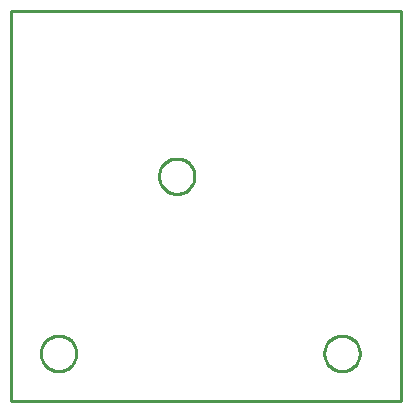
<source format=gbr>
G04 EAGLE Gerber RS-274X export*
G75*
%MOMM*%
%FSLAX34Y34*%
%LPD*%
%IN*%
%IPPOS*%
%AMOC8*
5,1,8,0,0,1.08239X$1,22.5*%
G01*
%ADD10C,0.254000*%


D10*
X0Y0D02*
X330000Y0D01*
X330000Y330000D01*
X0Y330000D01*
X0Y0D01*
X55000Y39464D02*
X54924Y38396D01*
X54771Y37335D01*
X54543Y36288D01*
X54241Y35260D01*
X53867Y34256D01*
X53422Y33281D01*
X52908Y32341D01*
X52329Y31440D01*
X51687Y30582D01*
X50985Y29772D01*
X50228Y29015D01*
X49418Y28313D01*
X48560Y27671D01*
X47659Y27092D01*
X46719Y26578D01*
X45744Y26133D01*
X44740Y25759D01*
X43712Y25457D01*
X42665Y25229D01*
X41604Y25076D01*
X40536Y25000D01*
X39464Y25000D01*
X38396Y25076D01*
X37335Y25229D01*
X36288Y25457D01*
X35260Y25759D01*
X34256Y26133D01*
X33281Y26578D01*
X32341Y27092D01*
X31440Y27671D01*
X30582Y28313D01*
X29772Y29015D01*
X29015Y29772D01*
X28313Y30582D01*
X27671Y31440D01*
X27092Y32341D01*
X26578Y33281D01*
X26133Y34256D01*
X25759Y35260D01*
X25457Y36288D01*
X25229Y37335D01*
X25076Y38396D01*
X25000Y39464D01*
X25000Y40536D01*
X25076Y41604D01*
X25229Y42665D01*
X25457Y43712D01*
X25759Y44740D01*
X26133Y45744D01*
X26578Y46719D01*
X27092Y47659D01*
X27671Y48560D01*
X28313Y49418D01*
X29015Y50228D01*
X29772Y50985D01*
X30582Y51687D01*
X31440Y52329D01*
X32341Y52908D01*
X33281Y53422D01*
X34256Y53867D01*
X35260Y54241D01*
X36288Y54543D01*
X37335Y54771D01*
X38396Y54924D01*
X39464Y55000D01*
X40536Y55000D01*
X41604Y54924D01*
X42665Y54771D01*
X43712Y54543D01*
X44740Y54241D01*
X45744Y53867D01*
X46719Y53422D01*
X47659Y52908D01*
X48560Y52329D01*
X49418Y51687D01*
X50228Y50985D01*
X50985Y50228D01*
X51687Y49418D01*
X52329Y48560D01*
X52908Y47659D01*
X53422Y46719D01*
X53867Y45744D01*
X54241Y44740D01*
X54543Y43712D01*
X54771Y42665D01*
X54924Y41604D01*
X55000Y40536D01*
X55000Y39464D01*
X295000Y39464D02*
X294924Y38396D01*
X294771Y37335D01*
X294543Y36288D01*
X294241Y35260D01*
X293867Y34256D01*
X293422Y33281D01*
X292908Y32341D01*
X292329Y31440D01*
X291687Y30582D01*
X290985Y29772D01*
X290228Y29015D01*
X289418Y28313D01*
X288560Y27671D01*
X287659Y27092D01*
X286719Y26578D01*
X285744Y26133D01*
X284740Y25759D01*
X283712Y25457D01*
X282665Y25229D01*
X281604Y25076D01*
X280536Y25000D01*
X279464Y25000D01*
X278396Y25076D01*
X277335Y25229D01*
X276288Y25457D01*
X275260Y25759D01*
X274256Y26133D01*
X273281Y26578D01*
X272341Y27092D01*
X271440Y27671D01*
X270582Y28313D01*
X269772Y29015D01*
X269015Y29772D01*
X268313Y30582D01*
X267671Y31440D01*
X267092Y32341D01*
X266578Y33281D01*
X266133Y34256D01*
X265759Y35260D01*
X265457Y36288D01*
X265229Y37335D01*
X265076Y38396D01*
X265000Y39464D01*
X265000Y40536D01*
X265076Y41604D01*
X265229Y42665D01*
X265457Y43712D01*
X265759Y44740D01*
X266133Y45744D01*
X266578Y46719D01*
X267092Y47659D01*
X267671Y48560D01*
X268313Y49418D01*
X269015Y50228D01*
X269772Y50985D01*
X270582Y51687D01*
X271440Y52329D01*
X272341Y52908D01*
X273281Y53422D01*
X274256Y53867D01*
X275260Y54241D01*
X276288Y54543D01*
X277335Y54771D01*
X278396Y54924D01*
X279464Y55000D01*
X280536Y55000D01*
X281604Y54924D01*
X282665Y54771D01*
X283712Y54543D01*
X284740Y54241D01*
X285744Y53867D01*
X286719Y53422D01*
X287659Y52908D01*
X288560Y52329D01*
X289418Y51687D01*
X290228Y50985D01*
X290985Y50228D01*
X291687Y49418D01*
X292329Y48560D01*
X292908Y47659D01*
X293422Y46719D01*
X293867Y45744D01*
X294241Y44740D01*
X294543Y43712D01*
X294771Y42665D01*
X294924Y41604D01*
X295000Y40536D01*
X295000Y39464D01*
X155000Y189464D02*
X154924Y188396D01*
X154771Y187335D01*
X154543Y186288D01*
X154241Y185260D01*
X153867Y184256D01*
X153422Y183281D01*
X152908Y182341D01*
X152329Y181440D01*
X151687Y180582D01*
X150985Y179772D01*
X150228Y179015D01*
X149418Y178313D01*
X148560Y177671D01*
X147659Y177092D01*
X146719Y176578D01*
X145744Y176133D01*
X144740Y175759D01*
X143712Y175457D01*
X142665Y175229D01*
X141604Y175076D01*
X140536Y175000D01*
X139464Y175000D01*
X138396Y175076D01*
X137335Y175229D01*
X136288Y175457D01*
X135260Y175759D01*
X134256Y176133D01*
X133281Y176578D01*
X132341Y177092D01*
X131440Y177671D01*
X130582Y178313D01*
X129772Y179015D01*
X129015Y179772D01*
X128313Y180582D01*
X127671Y181440D01*
X127092Y182341D01*
X126578Y183281D01*
X126133Y184256D01*
X125759Y185260D01*
X125457Y186288D01*
X125229Y187335D01*
X125076Y188396D01*
X125000Y189464D01*
X125000Y190536D01*
X125076Y191604D01*
X125229Y192665D01*
X125457Y193712D01*
X125759Y194740D01*
X126133Y195744D01*
X126578Y196719D01*
X127092Y197659D01*
X127671Y198560D01*
X128313Y199418D01*
X129015Y200228D01*
X129772Y200985D01*
X130582Y201687D01*
X131440Y202329D01*
X132341Y202908D01*
X133281Y203422D01*
X134256Y203867D01*
X135260Y204241D01*
X136288Y204543D01*
X137335Y204771D01*
X138396Y204924D01*
X139464Y205000D01*
X140536Y205000D01*
X141604Y204924D01*
X142665Y204771D01*
X143712Y204543D01*
X144740Y204241D01*
X145744Y203867D01*
X146719Y203422D01*
X147659Y202908D01*
X148560Y202329D01*
X149418Y201687D01*
X150228Y200985D01*
X150985Y200228D01*
X151687Y199418D01*
X152329Y198560D01*
X152908Y197659D01*
X153422Y196719D01*
X153867Y195744D01*
X154241Y194740D01*
X154543Y193712D01*
X154771Y192665D01*
X154924Y191604D01*
X155000Y190536D01*
X155000Y189464D01*
M02*

</source>
